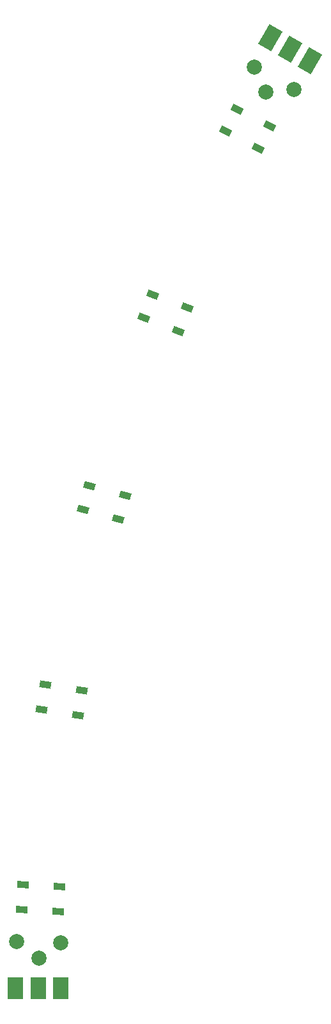
<source format=gbr>
%TF.GenerationSoftware,KiCad,Pcbnew,7.0.9*%
%TF.CreationDate,2023-12-31T20:51:38-05:00*%
%TF.ProjectId,RGB Clock,52474220-436c-46f6-936b-2e6b69636164,rev?*%
%TF.SameCoordinates,Original*%
%TF.FileFunction,Soldermask,Top*%
%TF.FilePolarity,Negative*%
%FSLAX46Y46*%
G04 Gerber Fmt 4.6, Leading zero omitted, Abs format (unit mm)*
G04 Created by KiCad (PCBNEW 7.0.9) date 2023-12-31 20:51:38*
%MOMM*%
%LPD*%
G01*
G04 APERTURE LIST*
G04 Aperture macros list*
%AMRotRect*
0 Rectangle, with rotation*
0 The origin of the aperture is its center*
0 $1 length*
0 $2 width*
0 $3 Rotation angle, in degrees counterclockwise*
0 Add horizontal line*
21,1,$1,$2,0,0,$3*%
G04 Aperture macros list end*
%ADD10RotRect,1.500000X0.900000X339.000000*%
%ADD11RotRect,1.500000X0.900000X357.000000*%
%ADD12C,2.000000*%
%ADD13RotRect,1.500000X0.900000X351.000000*%
%ADD14RotRect,1.500000X0.900000X333.000000*%
%ADD15RotRect,2.000000X3.000000X330.000000*%
%ADD16R,2.000000X3.000000*%
%ADD17RotRect,1.500000X0.900000X345.000000*%
G04 APERTURE END LIST*
D10*
%TO.C,D4*%
X70948035Y-74289591D03*
X69765421Y-77370406D03*
X74339965Y-79126409D03*
X75522579Y-76045594D03*
%TD*%
D11*
%TO.C,D1*%
X53766709Y-152479238D03*
X53594000Y-155774716D03*
X58487285Y-156031162D03*
X58659994Y-152735684D03*
%TD*%
D12*
%TO.C,J4*%
X55880000Y-162179000D03*
%TD*%
%TO.C,J5*%
X58801000Y-160147000D03*
%TD*%
D13*
%TO.C,D2*%
X56766280Y-126003050D03*
X56250047Y-129262421D03*
X61089720Y-130028950D03*
X61605953Y-126769579D03*
%TD*%
D14*
%TO.C,D5*%
X82132118Y-49741563D03*
X80633950Y-52681884D03*
X84999882Y-54906437D03*
X86498050Y-51966116D03*
%TD*%
D12*
%TO.C,J8*%
X89662000Y-47117000D03*
%TD*%
%TO.C,J6*%
X85979000Y-47498000D03*
%TD*%
%TO.C,J7*%
X84455000Y-44196000D03*
%TD*%
D15*
%TO.C,J2*%
X86601924Y-40300000D03*
X89200000Y-41800000D03*
X91798076Y-43300000D03*
%TD*%
D16*
%TO.C,J1*%
X52800000Y-166200000D03*
X55800000Y-166200000D03*
X58800000Y-166200000D03*
%TD*%
D17*
%TO.C,D3*%
X62576533Y-99626116D03*
X61722430Y-102813671D03*
X66455467Y-104081884D03*
X67309570Y-100894329D03*
%TD*%
D12*
%TO.C,J3*%
X52959000Y-160020000D03*
%TD*%
M02*

</source>
